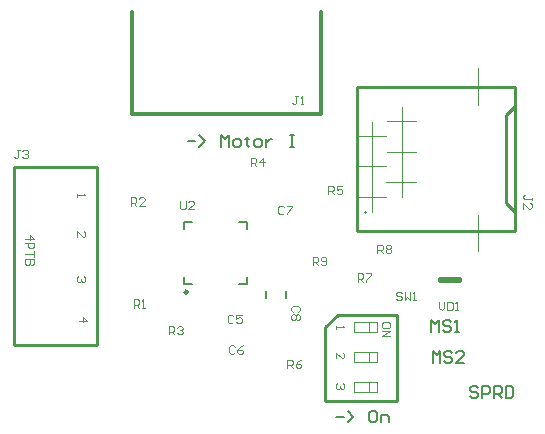
<source format=gto>
G04 Layer_Color=15132400*
%FSLAX24Y24*%
%MOIN*%
G70*
G01*
G75*
%ADD24C,0.0098*%
%ADD25C,0.0118*%
%ADD48C,0.0100*%
%ADD49C,0.0039*%
%ADD50C,0.0079*%
D24*
X15591Y15512D02*
G03*
X15591Y15512I-49J0D01*
G01*
D25*
X20049Y21437D02*
Y24636D01*
Y24833D01*
X13750Y21437D02*
Y24833D01*
Y21437D02*
X20049D01*
D48*
X20187Y11891D02*
X22589D01*
X20187Y14341D02*
X20620Y14734D01*
X22589D01*
Y11891D02*
Y14734D01*
X20187Y11891D02*
Y14341D01*
X23971Y15881D02*
Y15981D01*
X24671D01*
Y15881D02*
Y15981D01*
X23971Y15881D02*
X24671D01*
X21496Y18191D02*
Y18191D01*
X21246Y17539D02*
Y22343D01*
X26208Y18484D02*
Y21398D01*
Y18484D02*
X26523Y18169D01*
X26208Y21398D02*
X26523Y21713D01*
X21246Y17539D02*
X26494D01*
X26523Y17568D01*
X21246Y22343D02*
X26494D01*
X26523Y22314D01*
Y17568D02*
Y22314D01*
X12579Y13740D02*
Y19685D01*
X9823Y13740D02*
Y19685D01*
X12579D01*
X9823Y13740D02*
X12579D01*
D49*
X21648Y12183D02*
Y12498D01*
X21136Y12183D02*
X21923D01*
X21136Y12498D02*
X21923D01*
Y12183D02*
Y12498D01*
X21136Y12183D02*
Y12498D01*
X21648Y13183D02*
Y13498D01*
X21136Y13183D02*
X21923D01*
X21136Y13498D02*
X21923D01*
Y13183D02*
Y13498D01*
X21136Y13183D02*
Y13498D01*
X21644Y14183D02*
Y14498D01*
X21132Y14183D02*
X21919D01*
X21132Y14498D02*
X21919D01*
Y14183D02*
Y14498D01*
X21132Y14183D02*
Y14498D01*
X25285Y21752D02*
Y22972D01*
Y16870D02*
Y18091D01*
X21746Y18191D02*
Y21191D01*
X21223Y18693D02*
X22207D01*
X21234Y19694D02*
X22218D01*
X21234Y20707D02*
X22218D01*
X22234Y21203D02*
X23218D01*
X22234Y20190D02*
X23218D01*
X22223Y19189D02*
X23207D01*
X22746Y18687D02*
Y21687D01*
X13701Y18386D02*
Y18661D01*
X13839D01*
X13884Y18615D01*
Y18524D01*
X13839Y18478D01*
X13701D01*
X13793D02*
X13884Y18386D01*
X14160D02*
X13976D01*
X14160Y18569D01*
Y18615D01*
X14114Y18661D01*
X14022D01*
X13976Y18615D01*
X17707Y19705D02*
Y19980D01*
X17844D01*
X17890Y19934D01*
Y19842D01*
X17844Y19797D01*
X17707D01*
X17799D02*
X17890Y19705D01*
X18120D02*
Y19980D01*
X17982Y19842D01*
X18166D01*
X18806Y18340D02*
X18760Y18386D01*
X18668D01*
X18622Y18340D01*
Y18156D01*
X18668Y18110D01*
X18760D01*
X18806Y18156D01*
X18898Y18386D02*
X19081D01*
Y18340D01*
X18898Y18156D01*
Y18110D01*
X21919Y16811D02*
Y17087D01*
X22057D01*
X22103Y17041D01*
Y16949D01*
X22057Y16903D01*
X21919D01*
X22011D02*
X22103Y16811D01*
X22195Y17041D02*
X22241Y17087D01*
X22333D01*
X22378Y17041D01*
Y16995D01*
X22333Y16949D01*
X22378Y16903D01*
Y16857D01*
X22333Y16811D01*
X22241D01*
X22195Y16857D01*
Y16903D01*
X22241Y16949D01*
X22195Y16995D01*
Y17041D01*
X22241Y16949D02*
X22333D01*
X19764Y16407D02*
Y16683D01*
X19902D01*
X19947Y16637D01*
Y16545D01*
X19902Y16499D01*
X19764D01*
X19856D02*
X19947Y16407D01*
X20039Y16453D02*
X20085Y16407D01*
X20177D01*
X20223Y16453D01*
Y16637D01*
X20177Y16683D01*
X20085D01*
X20039Y16637D01*
Y16591D01*
X20085Y16545D01*
X20223D01*
X22733Y15466D02*
X22687Y15512D01*
X22595D01*
X22549Y15466D01*
Y15420D01*
X22595Y15374D01*
X22687D01*
X22733Y15328D01*
Y15282D01*
X22687Y15236D01*
X22595D01*
X22549Y15282D01*
X22825Y15512D02*
Y15236D01*
X22917Y15328D01*
X23008Y15236D01*
Y15512D01*
X23100Y15236D02*
X23192D01*
X23146D01*
Y15512D01*
X23100Y15466D01*
X20771Y12461D02*
X20817Y12415D01*
Y12324D01*
X20771Y12278D01*
X20725D01*
X20679Y12324D01*
Y12370D01*
Y12324D01*
X20633Y12278D01*
X20587D01*
X20541Y12324D01*
Y12415D01*
X20587Y12461D01*
X22352Y14360D02*
Y14452D01*
X22306Y14498D01*
X22123D01*
X22077Y14452D01*
Y14360D01*
X22123Y14314D01*
X22306D01*
X22352Y14360D01*
X22077Y14223D02*
X22352D01*
X22077Y14039D01*
X22352D01*
X20541Y13301D02*
Y13485D01*
X20725Y13301D01*
X20771D01*
X20817Y13347D01*
Y13439D01*
X20771Y13485D01*
X20541Y14380D02*
Y14288D01*
Y14334D01*
X20817D01*
X20771Y14380D01*
X14970Y14094D02*
Y14370D01*
X15108D01*
X15154Y14324D01*
Y14232D01*
X15108Y14186D01*
X14970D01*
X15062D02*
X15154Y14094D01*
X15246Y14324D02*
X15292Y14370D01*
X15384D01*
X15430Y14324D01*
Y14278D01*
X15384Y14232D01*
X15338D01*
X15384D01*
X15430Y14186D01*
Y14140D01*
X15384Y14094D01*
X15292D01*
X15246Y14140D01*
X23967Y15177D02*
Y14993D01*
X24058Y14902D01*
X24150Y14993D01*
Y15177D01*
X24242D02*
Y14902D01*
X24380D01*
X24426Y14947D01*
Y15131D01*
X24380Y15177D01*
X24242D01*
X24518Y14902D02*
X24609D01*
X24563D01*
Y15177D01*
X24518Y15131D01*
X17162Y13684D02*
X17116Y13730D01*
X17024D01*
X16978Y13684D01*
Y13501D01*
X17024Y13455D01*
X17116D01*
X17162Y13501D01*
X17438Y13730D02*
X17346Y13684D01*
X17254Y13592D01*
Y13501D01*
X17300Y13455D01*
X17392D01*
X17438Y13501D01*
Y13547D01*
X17392Y13592D01*
X17254D01*
X21260Y15856D02*
Y16132D01*
X21398D01*
X21444Y16086D01*
Y15994D01*
X21398Y15948D01*
X21260D01*
X21352D02*
X21444Y15856D01*
X21535Y16132D02*
X21719D01*
Y16086D01*
X21535Y15902D01*
Y15856D01*
X18917Y12982D02*
Y13258D01*
X19055D01*
X19101Y13212D01*
Y13120D01*
X19055Y13074D01*
X18917D01*
X19009D02*
X19101Y12982D01*
X19376Y13258D02*
X19285Y13212D01*
X19193Y13120D01*
Y13028D01*
X19239Y12982D01*
X19331D01*
X19376Y13028D01*
Y13074D01*
X19331Y13120D01*
X19193D01*
X20285Y18770D02*
Y19045D01*
X20423D01*
X20469Y18999D01*
Y18907D01*
X20423Y18862D01*
X20285D01*
X20377D02*
X20469Y18770D01*
X20745Y19045D02*
X20561D01*
Y18907D01*
X20653Y18953D01*
X20699D01*
X20745Y18907D01*
Y18816D01*
X20699Y18770D01*
X20607D01*
X20561Y18816D01*
X17123Y14708D02*
X17077Y14754D01*
X16985D01*
X16939Y14708D01*
Y14524D01*
X16985Y14478D01*
X17077D01*
X17123Y14524D01*
X17398Y14754D02*
X17214D01*
Y14616D01*
X17306Y14662D01*
X17352D01*
X17398Y14616D01*
Y14524D01*
X17352Y14478D01*
X17260D01*
X17214Y14524D01*
X19268Y22037D02*
X19176D01*
X19222D01*
Y21808D01*
X19176Y21762D01*
X19131D01*
X19085Y21808D01*
X19360Y21762D02*
X19452D01*
X19406D01*
Y22037D01*
X19360Y21991D01*
X27057Y18566D02*
Y18658D01*
Y18612D01*
X26827D01*
X26781Y18658D01*
Y18704D01*
X26827Y18750D01*
X26781Y18291D02*
Y18475D01*
X26965Y18291D01*
X27011D01*
X27057Y18337D01*
Y18429D01*
X27011Y18475D01*
X15340Y18546D02*
Y18316D01*
X15386Y18270D01*
X15478D01*
X15524Y18316D01*
Y18546D01*
X15799Y18270D02*
X15616D01*
X15799Y18454D01*
Y18500D01*
X15753Y18546D01*
X15661D01*
X15616Y18500D01*
X13799Y14990D02*
Y15266D01*
X13937D01*
X13983Y15220D01*
Y15128D01*
X13937Y15082D01*
X13799D01*
X13891D02*
X13983Y14990D01*
X14075D02*
X14167D01*
X14121D01*
Y15266D01*
X14075Y15220D01*
X19285Y14856D02*
X19331Y14902D01*
Y14993D01*
X19285Y15039D01*
X19101D01*
X19055Y14993D01*
Y14902D01*
X19101Y14856D01*
X19285Y14764D02*
X19331Y14718D01*
Y14626D01*
X19285Y14580D01*
X19239D01*
X19193Y14626D01*
X19147Y14580D01*
X19101D01*
X19055Y14626D01*
Y14718D01*
X19101Y14764D01*
X19147D01*
X19193Y14718D01*
X19239Y14764D01*
X19285D01*
X19193Y14718D02*
Y14626D01*
X9994Y20251D02*
X9902D01*
X9948D01*
Y20022D01*
X9902Y19976D01*
X9857D01*
X9811Y20022D01*
X10086Y20206D02*
X10132Y20251D01*
X10224D01*
X10270Y20206D01*
Y20160D01*
X10224Y20114D01*
X10178D01*
X10224D01*
X10270Y20068D01*
Y20022D01*
X10224Y19976D01*
X10132D01*
X10086Y20022D01*
X10190Y17284D02*
X10466D01*
X10328Y17421D01*
Y17238D01*
X10190Y17146D02*
X10466D01*
Y17008D01*
X10420Y16962D01*
X10328D01*
X10282Y17008D01*
Y17146D01*
X10466Y16870D02*
Y16687D01*
Y16778D01*
X10190D01*
X10466Y16595D02*
X10190D01*
Y16457D01*
X10236Y16411D01*
X10282D01*
X10328Y16457D01*
Y16595D01*
Y16457D01*
X10374Y16411D01*
X10420D01*
X10466Y16457D01*
Y16595D01*
X11909Y18780D02*
Y18688D01*
Y18734D01*
X12185D01*
X12139Y18780D01*
X11909Y17346D02*
Y17530D01*
X12093Y17346D01*
X12139D01*
X12185Y17392D01*
Y17484D01*
X12139Y17530D01*
Y16030D02*
X12185Y15984D01*
Y15892D01*
X12139Y15846D01*
X12093D01*
X12047Y15892D01*
Y15938D01*
Y15892D01*
X12001Y15846D01*
X11955D01*
X11909Y15892D01*
Y15984D01*
X11955Y16030D01*
X11959Y14542D02*
X12235D01*
X12097Y14680D01*
Y14496D01*
D50*
X15482Y15768D02*
X15728D01*
X15482D02*
Y16014D01*
Y17608D02*
Y17854D01*
X15728D01*
X17323D02*
X17569D01*
Y17608D02*
Y17854D01*
X17323Y15768D02*
X17569D01*
Y16014D01*
X18878Y15305D02*
Y15541D01*
X18209Y15305D02*
Y15541D01*
X15591Y20541D02*
X15853D01*
X15984Y20344D02*
X16181Y20541D01*
X15984Y20738D01*
X16706Y20344D02*
Y20738D01*
X16837Y20607D01*
X16968Y20738D01*
Y20344D01*
X17165D02*
X17296D01*
X17362Y20410D01*
Y20541D01*
X17296Y20607D01*
X17165D01*
X17099Y20541D01*
Y20410D01*
X17165Y20344D01*
X17558Y20672D02*
Y20607D01*
X17493D01*
X17624D01*
X17558D01*
Y20410D01*
X17624Y20344D01*
X17886D02*
X18018D01*
X18083Y20410D01*
Y20541D01*
X18018Y20607D01*
X17886D01*
X17821Y20541D01*
Y20410D01*
X17886Y20344D01*
X18214Y20607D02*
Y20344D01*
Y20476D01*
X18280Y20541D01*
X18346Y20607D01*
X18411D01*
X19002Y20738D02*
X19133D01*
X19067D01*
Y20344D01*
X19002D01*
X19133D01*
X20531Y11358D02*
X20794D01*
X20925Y11161D02*
X21122Y11358D01*
X20925Y11555D01*
X21843D02*
X21712D01*
X21647Y11489D01*
Y11227D01*
X21712Y11161D01*
X21843D01*
X21909Y11227D01*
Y11489D01*
X21843Y11555D01*
X22040Y11161D02*
Y11424D01*
X22237D01*
X22303Y11358D01*
Y11161D01*
X23760Y13140D02*
Y13533D01*
X23891Y13402D01*
X24022Y13533D01*
Y13140D01*
X24416Y13468D02*
X24350Y13533D01*
X24219D01*
X24153Y13468D01*
Y13402D01*
X24219Y13337D01*
X24350D01*
X24416Y13271D01*
Y13205D01*
X24350Y13140D01*
X24219D01*
X24153Y13205D01*
X24809Y13140D02*
X24547D01*
X24809Y13402D01*
Y13468D01*
X24744Y13533D01*
X24613D01*
X24547Y13468D01*
X23720Y14183D02*
Y14577D01*
X23852Y14445D01*
X23983Y14577D01*
Y14183D01*
X24376Y14511D02*
X24311Y14577D01*
X24180D01*
X24114Y14511D01*
Y14445D01*
X24180Y14380D01*
X24311D01*
X24376Y14314D01*
Y14249D01*
X24311Y14183D01*
X24180D01*
X24114Y14249D01*
X24508Y14183D02*
X24639D01*
X24573D01*
Y14577D01*
X24508Y14511D01*
X25272Y12316D02*
X25207Y12382D01*
X25075D01*
X25010Y12316D01*
Y12251D01*
X25075Y12185D01*
X25207D01*
X25272Y12119D01*
Y12054D01*
X25207Y11988D01*
X25075D01*
X25010Y12054D01*
X25403Y11988D02*
Y12382D01*
X25600D01*
X25666Y12316D01*
Y12185D01*
X25600Y12119D01*
X25403D01*
X25797Y11988D02*
Y12382D01*
X25994D01*
X26059Y12316D01*
Y12185D01*
X25994Y12119D01*
X25797D01*
X25928D02*
X26059Y11988D01*
X26191Y12382D02*
Y11988D01*
X26387D01*
X26453Y12054D01*
Y12316D01*
X26387Y12382D01*
X26191D01*
M02*

</source>
